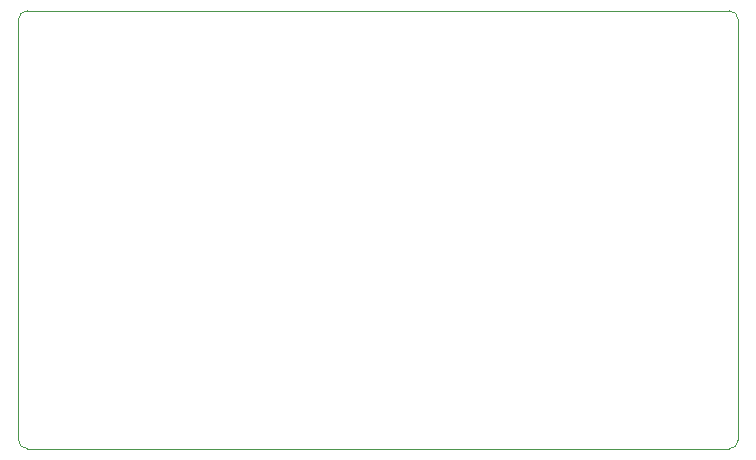
<source format=gbr>
%TF.GenerationSoftware,KiCad,Pcbnew,(5.1.6)-1*%
%TF.CreationDate,2021-04-07T17:59:20+02:00*%
%TF.ProjectId,touch_button_tester,746f7563-685f-4627-9574-746f6e5f7465,rev?*%
%TF.SameCoordinates,Original*%
%TF.FileFunction,Profile,NP*%
%FSLAX46Y46*%
G04 Gerber Fmt 4.6, Leading zero omitted, Abs format (unit mm)*
G04 Created by KiCad (PCBNEW (5.1.6)-1) date 2021-04-07 17:59:20*
%MOMM*%
%LPD*%
G01*
G04 APERTURE LIST*
%TA.AperFunction,Profile*%
%ADD10C,0.050000*%
%TD*%
G04 APERTURE END LIST*
D10*
X131318000Y-73406000D02*
G75*
G02*
X132080000Y-74168000I0J-762000D01*
G01*
X132080000Y-109728000D02*
G75*
G02*
X131318000Y-110490000I-762000J0D01*
G01*
X71882000Y-110490000D02*
G75*
G02*
X71120000Y-109728000I0J762000D01*
G01*
X71120000Y-74168000D02*
G75*
G02*
X71882000Y-73406000I762000J0D01*
G01*
X71882000Y-73406000D02*
X131318000Y-73406000D01*
X71120000Y-109728000D02*
X71120000Y-74168000D01*
X132080000Y-109728000D02*
X132080000Y-74168000D01*
X71882000Y-110490000D02*
X131318000Y-110490000D01*
M02*

</source>
